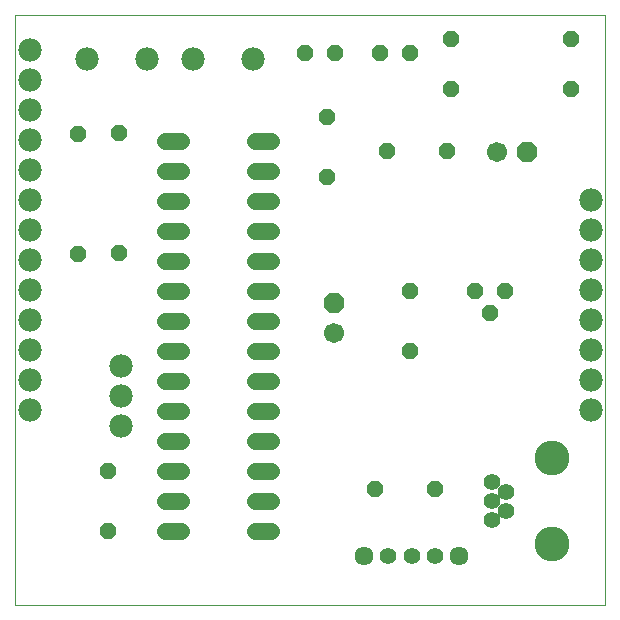
<source format=gbs>
G75*
%MOIN*%
%OFA0B0*%
%FSLAX25Y25*%
%IPPOS*%
%LPD*%
%AMOC8*
5,1,8,0,0,1.08239X$1,22.5*
%
%ADD10C,0.00000*%
%ADD11OC8,0.05600*%
%ADD12OC8,0.06700*%
%ADD13C,0.06700*%
%ADD14C,0.05600*%
%ADD15C,0.07800*%
%ADD16C,0.05550*%
%ADD17C,0.11620*%
%ADD18C,0.06337*%
D10*
X0001500Y0001500D02*
X0001500Y0198350D01*
X0198350Y0198350D01*
X0198350Y0001500D01*
X0001500Y0001500D01*
D11*
X0032661Y0026303D03*
X0032661Y0046303D03*
X0036264Y0118803D03*
X0022642Y0118488D03*
X0022642Y0158488D03*
X0036264Y0158803D03*
X0098291Y0185732D03*
X0108291Y0185732D03*
X0123409Y0185575D03*
X0133409Y0185575D03*
X0146933Y0190260D03*
X0146953Y0173429D03*
X0145457Y0152898D03*
X0125457Y0152898D03*
X0105476Y0144098D03*
X0105476Y0164098D03*
X0133272Y0106323D03*
X0133272Y0086323D03*
X0154925Y0106323D03*
X0159925Y0098823D03*
X0164925Y0106323D03*
X0141657Y0040299D03*
X0121657Y0040299D03*
X0186953Y0173429D03*
X0186933Y0190260D03*
D12*
X0172386Y0152661D03*
X0107819Y0102248D03*
D13*
X0107819Y0092248D03*
X0162386Y0152661D03*
D14*
X0086915Y0156264D02*
X0081715Y0156264D01*
X0081715Y0146264D02*
X0086915Y0146264D01*
X0086915Y0136264D02*
X0081715Y0136264D01*
X0081715Y0126264D02*
X0086915Y0126264D01*
X0086915Y0116264D02*
X0081715Y0116264D01*
X0081715Y0106264D02*
X0086915Y0106264D01*
X0086915Y0096264D02*
X0081715Y0096264D01*
X0081715Y0086264D02*
X0086915Y0086264D01*
X0086915Y0076264D02*
X0081715Y0076264D01*
X0081715Y0066264D02*
X0086915Y0066264D01*
X0086915Y0056264D02*
X0081715Y0056264D01*
X0081715Y0046264D02*
X0086915Y0046264D01*
X0086915Y0036264D02*
X0081715Y0036264D01*
X0081715Y0026264D02*
X0086915Y0026264D01*
X0056915Y0026264D02*
X0051715Y0026264D01*
X0051715Y0036264D02*
X0056915Y0036264D01*
X0056915Y0046264D02*
X0051715Y0046264D01*
X0051715Y0056264D02*
X0056915Y0056264D01*
X0056915Y0066264D02*
X0051715Y0066264D01*
X0051715Y0076264D02*
X0056915Y0076264D01*
X0056915Y0086264D02*
X0051715Y0086264D01*
X0051715Y0096264D02*
X0056915Y0096264D01*
X0056915Y0106264D02*
X0051715Y0106264D01*
X0051715Y0116264D02*
X0056915Y0116264D01*
X0056915Y0126264D02*
X0051715Y0126264D01*
X0051715Y0136264D02*
X0056915Y0136264D01*
X0056915Y0146264D02*
X0051715Y0146264D01*
X0051715Y0156264D02*
X0056915Y0156264D01*
D15*
X0061008Y0183646D03*
X0045535Y0183567D03*
X0025535Y0183567D03*
X0006500Y0186500D03*
X0006500Y0176500D03*
X0006500Y0166500D03*
X0006500Y0156500D03*
X0006500Y0146500D03*
X0006500Y0136500D03*
X0006500Y0126500D03*
X0006500Y0116500D03*
X0006500Y0106500D03*
X0006500Y0096500D03*
X0006500Y0086500D03*
X0006500Y0076500D03*
X0006500Y0066500D03*
X0036815Y0071185D03*
X0036815Y0061185D03*
X0036815Y0081185D03*
X0081008Y0183646D03*
X0193500Y0136500D03*
X0193500Y0126500D03*
X0193500Y0116500D03*
X0193500Y0106500D03*
X0193500Y0096500D03*
X0193500Y0086500D03*
X0193500Y0076500D03*
X0193500Y0066500D03*
D16*
X0165220Y0039276D03*
X0160496Y0042425D03*
X0160496Y0036126D03*
X0165220Y0032976D03*
X0160496Y0029827D03*
X0141657Y0017898D03*
X0133783Y0017898D03*
X0125909Y0017898D03*
D17*
X0180575Y0021756D03*
X0180575Y0050496D03*
D18*
X0149531Y0017898D03*
X0118035Y0017898D03*
M02*

</source>
